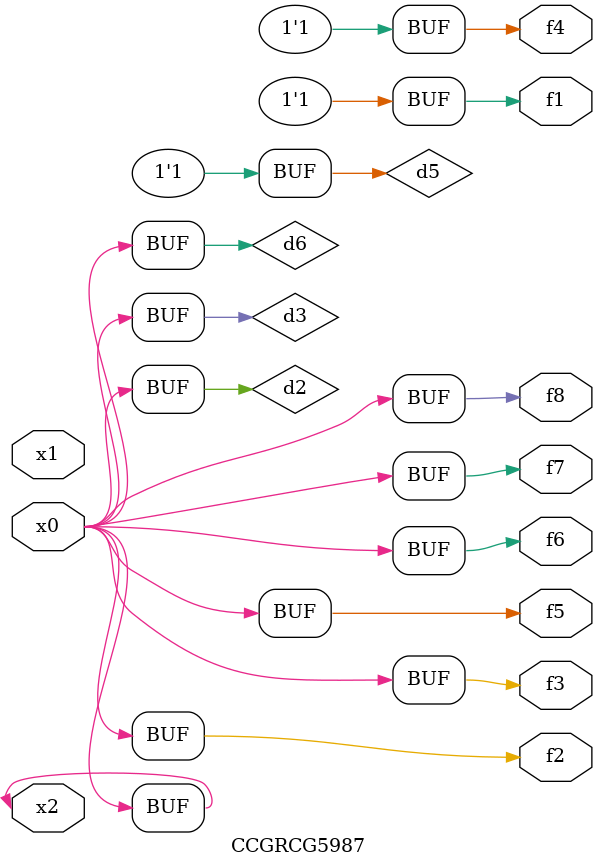
<source format=v>
module CCGRCG5987(
	input x0, x1, x2,
	output f1, f2, f3, f4, f5, f6, f7, f8
);

	wire d1, d2, d3, d4, d5, d6;

	xnor (d1, x2);
	buf (d2, x0, x2);
	and (d3, x0);
	xnor (d4, x1, x2);
	nand (d5, d1, d3);
	buf (d6, d2, d3);
	assign f1 = d5;
	assign f2 = d6;
	assign f3 = d6;
	assign f4 = d5;
	assign f5 = d6;
	assign f6 = d6;
	assign f7 = d6;
	assign f8 = d6;
endmodule

</source>
